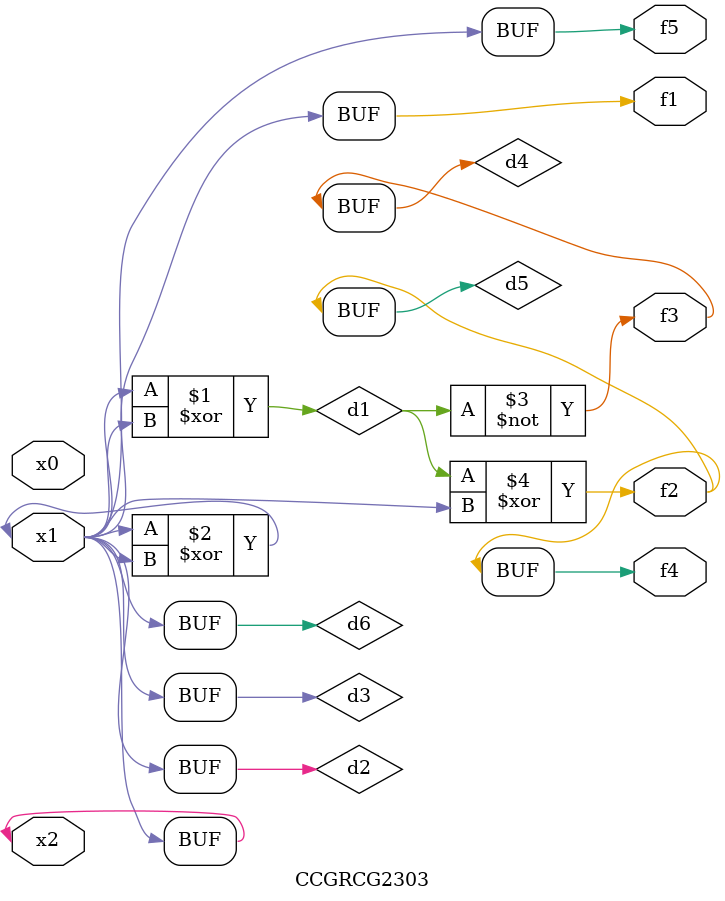
<source format=v>
module CCGRCG2303(
	input x0, x1, x2,
	output f1, f2, f3, f4, f5
);

	wire d1, d2, d3, d4, d5, d6;

	xor (d1, x1, x2);
	buf (d2, x1, x2);
	xor (d3, x1, x2);
	nor (d4, d1);
	xor (d5, d1, d2);
	buf (d6, d2, d3);
	assign f1 = d6;
	assign f2 = d5;
	assign f3 = d4;
	assign f4 = d5;
	assign f5 = d6;
endmodule

</source>
